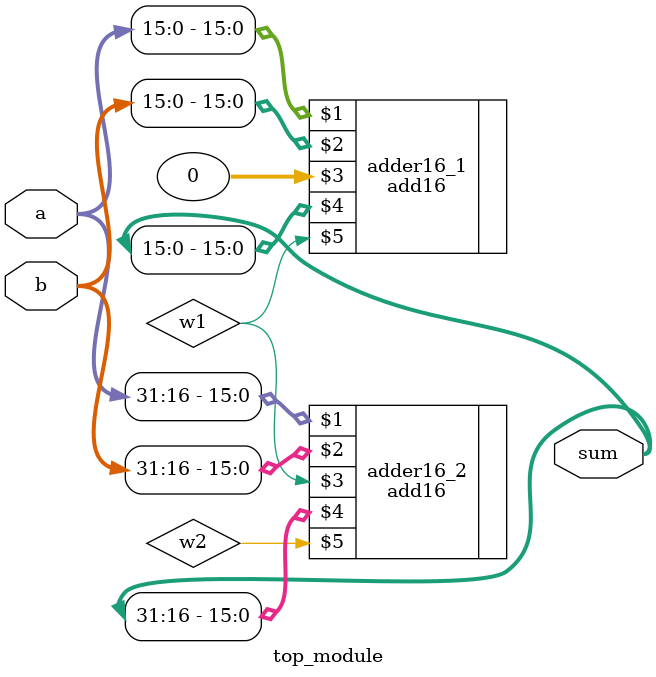
<source format=v>
module top_module(
    input [31:0] a,
    input [31:0] b,
    output [31:0] sum
);
    wire w1, w2;
    add16 adder16_1 ( a[15:0], b[15:0], 0, sum[15:0], w1 );
    add16 adder16_2 ( a[31:16], b[31:16], w1, sum[31:16], w2 );

endmodule
</source>
